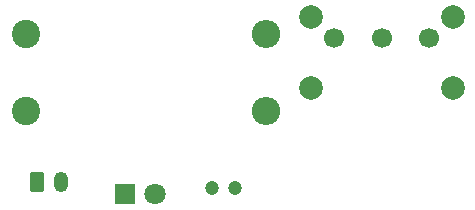
<source format=gbr>
%TF.GenerationSoftware,KiCad,Pcbnew,(6.0.10)*%
%TF.CreationDate,2023-02-23T17:47:46-08:00*%
%TF.ProjectId,exercise_1,65786572-6369-4736-955f-312e6b696361,rev?*%
%TF.SameCoordinates,Original*%
%TF.FileFunction,Soldermask,Top*%
%TF.FilePolarity,Negative*%
%FSLAX46Y46*%
G04 Gerber Fmt 4.6, Leading zero omitted, Abs format (unit mm)*
G04 Created by KiCad (PCBNEW (6.0.10)) date 2023-02-23 17:47:46*
%MOMM*%
%LPD*%
G01*
G04 APERTURE LIST*
G04 Aperture macros list*
%AMRoundRect*
0 Rectangle with rounded corners*
0 $1 Rounding radius*
0 $2 $3 $4 $5 $6 $7 $8 $9 X,Y pos of 4 corners*
0 Add a 4 corners polygon primitive as box body*
4,1,4,$2,$3,$4,$5,$6,$7,$8,$9,$2,$3,0*
0 Add four circle primitives for the rounded corners*
1,1,$1+$1,$2,$3*
1,1,$1+$1,$4,$5*
1,1,$1+$1,$6,$7*
1,1,$1+$1,$8,$9*
0 Add four rect primitives between the rounded corners*
20,1,$1+$1,$2,$3,$4,$5,0*
20,1,$1+$1,$4,$5,$6,$7,0*
20,1,$1+$1,$6,$7,$8,$9,0*
20,1,$1+$1,$8,$9,$2,$3,0*%
G04 Aperture macros list end*
%ADD10C,1.200000*%
%ADD11C,2.000000*%
%ADD12C,1.700000*%
%ADD13R,1.800000X1.800000*%
%ADD14C,1.800000*%
%ADD15C,2.400000*%
%ADD16O,2.400000X2.400000*%
%ADD17RoundRect,0.250000X-0.350000X-0.625000X0.350000X-0.625000X0.350000X0.625000X-0.350000X0.625000X0*%
%ADD18O,1.200000X1.750000*%
G04 APERTURE END LIST*
D10*
%TO.C,C1*%
X144780000Y-96520000D03*
X146780000Y-96520000D03*
%TD*%
D11*
%TO.C,SW1*%
X165185000Y-88005000D03*
X153185000Y-82005000D03*
X153185000Y-88005000D03*
X165185000Y-82005000D03*
D12*
X155185000Y-83755000D03*
X159185000Y-83755000D03*
X163185000Y-83755000D03*
%TD*%
D13*
%TO.C,D1*%
X137480000Y-97020000D03*
D14*
X140020000Y-97020000D03*
%TD*%
D15*
%TO.C,R2*%
X129030000Y-83420000D03*
D16*
X149350000Y-83420000D03*
%TD*%
D17*
%TO.C,V1*%
X130030000Y-95970000D03*
D18*
X132030000Y-95970000D03*
%TD*%
D15*
%TO.C,R1*%
X129030000Y-89970000D03*
D16*
X149350000Y-89970000D03*
%TD*%
M02*

</source>
